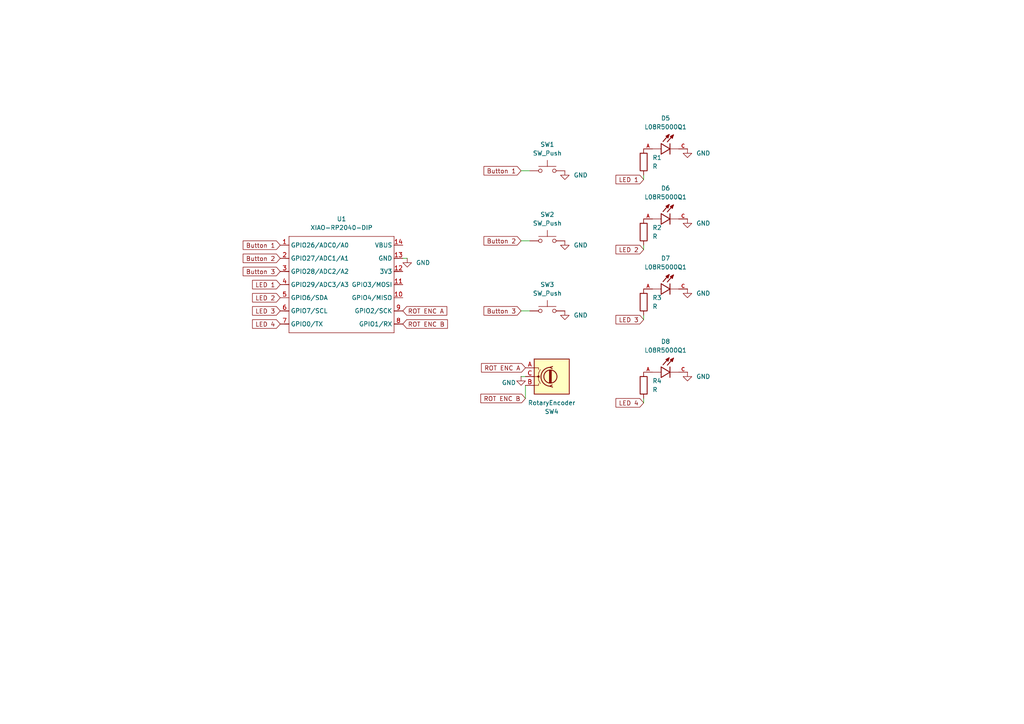
<source format=kicad_sch>
(kicad_sch (version 20250114) (generator "eeschema") (generator_version "9.0")
  (paper "A4")
  (lib_symbols
    (symbol "Device:R" (pin_numbers (hide yes)) (pin_names (offset 0))
      (property "Reference" "R" (at 2.032 0 90))
      (property "Value" "R" (at 0 0 90))
      (symbol "R_0_1"
        (rectangle (start -1.016 -2.54) (end 1.016 2.54) (stroke (width 0.254)))
      )
      (symbol "R_1_1"
        (pin passive line (at 0 3.81 270) (length 1.27) (name "~") (number "1"))
        (pin passive line (at 0 -3.81 90) (length 1.27) (name "~") (number "2"))
      )
    )
    (symbol "Device:RotaryEncoder" (pin_names (offset 0.254) (hide yes))
      (property "Reference" "SW" (at 0 6.604 0))
      (property "Value" "RotaryEncoder" (at 0 -6.604 0))
      (symbol "RotaryEncoder_0_1"
        (rectangle (start -5.08 5.08) (end 5.08 -5.08) (stroke (width 0.254)) (fill (type background)))
        (polyline (pts (xy -5.08 2.54) (xy -3.81 2.54) (xy -3.81 2.032)))
        (polyline (pts (xy -5.08 0) (xy -3.81 0) (xy -3.81 -1.016) (xy -3.302 -2.032)))
        (polyline (pts (xy -5.08 -2.54) (xy -3.81 -2.54) (xy -3.81 -2.032)))
        (polyline (pts (xy -4.318 0) (xy -3.81 0) (xy -3.81 1.016) (xy -3.302 2.032)))
        (circle (center -3.81 0) (radius 0.254) (fill (type outline)))
        (polyline (pts (xy -0.635 -1.778) (xy -0.635 1.778)) (stroke (width 0.254)))
        (circle (center -0.381 0) (radius 1.905) (stroke (width 0.254)))
        (polyline (pts (xy -0.381 -1.778) (xy -0.381 1.778)) (stroke (width 0.254)))
        (arc (start -0.381 -2.794) (mid -3.0988 -0.0635) (end -0.381 2.667) (stroke (width 0.254)))
        (polyline (pts (xy -0.127 1.778) (xy -0.127 -1.778)) (stroke (width 0.254)))
        (polyline (pts (xy 0.254 2.921) (xy -0.508 2.667) (xy 0.127 2.286)) (stroke (width 0.254)))
        (polyline (pts (xy 0.254 -3.048) (xy -0.508 -2.794) (xy 0.127 -2.413)) (stroke (width 0.254)))
      )
      (symbol "RotaryEncoder_1_1"
        (pin passive line (at -7.62 2.54 0) (length 2.54) (name "A") (number "A"))
        (pin passive line (at -7.62 0 0) (length 2.54) (name "C") (number "C"))
        (pin passive line (at -7.62 -2.54 0) (length 2.54) (name "B") (number "B"))
      )
    )
    (symbol "L08R5000Q1:L08R5000Q1" (pin_names (offset 1.016))
      (property "Reference" "D" (at -3.0988 4.4958 0))
      (property "Value" "L08R5000Q1" (at -3.556 -3.302 0))
      (symbol "L08R5000Q1_0_0"
        (polyline (pts (xy -2.54 1.524) (xy -2.54 0)) (stroke (width 0.254)))
        (polyline (pts (xy -2.54 0) (xy -5.08 0)) (stroke (width 0.1524)))
        (polyline (pts (xy -2.54 0) (xy -2.54 -1.524)) (stroke (width 0.254)))
        (polyline (pts (xy -2.54 -1.524) (xy 0 0)) (stroke (width 0.254)))
        (polyline (pts (xy -1.1176 3.683) (xy -0.2286 4.1656)) (stroke (width 0.254)))
        (polyline (pts (xy -0.9398 3.6068) (xy -0.7112 3.7592)) (stroke (width 0.254)))
        (polyline (pts (xy -0.5588 3.2004) (xy -1.1176 3.683)) (stroke (width 0.254)))
        (polyline (pts (xy -0.5588 3.2004) (xy -0.5334 3.937)) (stroke (width 0.254)))
        (polyline (pts (xy -0.5334 3.937) (xy -0.6604 3.937)) (stroke (width 0.254)))
        (polyline (pts (xy -0.2286 4.1656) (xy -2.0066 2.1336)) (stroke (width 0.254)))
        (polyline (pts (xy -0.2286 4.1656) (xy -0.5588 3.2004)) (stroke (width 0.254)))
        (polyline (pts (xy 0 1.524) (xy 0 0)) (stroke (width 0.254)))
        (polyline (pts (xy 0 0) (xy -2.54 1.524)) (stroke (width 0.254)))
        (polyline (pts (xy 0 0) (xy 0 -1.524)) (stroke (width 0.254)))
        (polyline (pts (xy 0.127 3.5814) (xy 1.016 4.064)) (stroke (width 0.254)))
        (polyline (pts (xy 0.3048 3.5052) (xy 0.5334 3.6576)) (stroke (width 0.254)))
        (polyline (pts (xy 0.6858 3.0988) (xy 0.127 3.5814)) (stroke (width 0.254)))
        (polyline (pts (xy 0.6858 3.0988) (xy 0.7112 3.8354)) (stroke (width 0.254)))
        (polyline (pts (xy 0.7112 3.8354) (xy 0.5842 3.8354)) (stroke (width 0.254)))
        (polyline (pts (xy 1.016 4.064) (xy -0.762 2.032)) (stroke (width 0.254)))
        (polyline (pts (xy 1.016 4.064) (xy 0.6858 3.0988)) (stroke (width 0.254)))
        (polyline (pts (xy 2.54 0) (xy 0 0)) (stroke (width 0.1524)))
        (pin passive line (at -7.62 0 0) (length 2.54) (name "~") (number "A"))
        (pin passive line (at 5.08 0 180) (length 2.54) (name "~") (number "C"))
      )
    )
    (symbol "OPL:XIAO-RP2040-DIP"
      (property "Reference" "U" (at 0 0 0))
      (property "Value" "XIAO-RP2040-DIP" (at 5.334 -1.778 0))
      (symbol "XIAO-RP2040-DIP_1_0"
        (polyline (pts (xy -1.27 -2.54) (xy 29.21 -2.54)) (stroke (width 0.1524)))
        (polyline (pts (xy -1.27 -5.08) (xy -2.54 -5.08)) (stroke (width 0.1524)))
        (polyline (pts (xy -1.27 -5.08) (xy -1.27 -2.54)) (stroke (width 0.1524)))
        (polyline (pts (xy -1.27 -8.89) (xy -2.54 -8.89)) (stroke (width 0.1524)))
        (polyline (pts (xy -1.27 -8.89) (xy -1.27 -5.08)) (stroke (width 0.1524)))
        (polyline (pts (xy -1.27 -12.7) (xy -2.54 -12.7)) (stroke (width 0.1524)))
        (polyline (pts (xy -1.27 -12.7) (xy -1.27 -8.89)) (stroke (width 0.1524)))
        (polyline (pts (xy -1.27 -16.51) (xy -2.54 -16.51)) (stroke (width 0.1524)))
        (polyline (pts (xy -1.27 -16.51) (xy -1.27 -12.7)) (stroke (width 0.1524)))
        (polyline (pts (xy -1.27 -20.32) (xy -2.54 -20.32)) (stroke (width 0.1524)))
        (polyline (pts (xy -1.27 -24.13) (xy -2.54 -24.13)) (stroke (width 0.1524)))
        (polyline (pts (xy -1.27 -27.94) (xy -2.54 -27.94)) (stroke (width 0.1524)))
        (polyline (pts (xy -1.27 -30.48) (xy -1.27 -16.51)) (stroke (width 0.1524)))
        (polyline (pts (xy 29.21 -2.54) (xy 29.21 -5.08)) (stroke (width 0.1524)))
        (polyline (pts (xy 29.21 -5.08) (xy 29.21 -8.89)) (stroke (width 0.1524)))
        (polyline (pts (xy 29.21 -8.89) (xy 29.21 -12.7)) (stroke (width 0.1524)))
        (polyline (pts (xy 29.21 -12.7) (xy 29.21 -30.48)) (stroke (width 0.1524)))
        (polyline (pts (xy 29.21 -30.48) (xy -1.27 -30.48)) (stroke (width 0.1524)))
        (polyline (pts (xy 30.48 -5.08) (xy 29.21 -5.08)) (stroke (width 0.1524)))
        (polyline (pts (xy 30.48 -8.89) (xy 29.21 -8.89)) (stroke (width 0.1524)))
        (polyline (pts (xy 30.48 -12.7) (xy 29.21 -12.7)) (stroke (width 0.1524)))
        (polyline (pts (xy 30.48 -16.51) (xy 29.21 -16.51)) (stroke (width 0.1524)))
        (polyline (pts (xy 30.48 -20.32) (xy 29.21 -20.32)) (stroke (width 0.1524)))
        (polyline (pts (xy 30.48 -24.13) (xy 29.21 -24.13)) (stroke (width 0.1524)))
        (polyline (pts (xy 30.48 -27.94) (xy 29.21 -27.94)) (stroke (width 0.1524)))
        (pin passive line (at -3.81 -5.08 0) (length 2.54) (name "GPIO26/ADC0/A0") (number "1"))
        (pin passive line (at -3.81 -8.89 0) (length 2.54) (name "GPIO27/ADC1/A1") (number "2"))
        (pin passive line (at -3.81 -12.7 0) (length 2.54) (name "GPIO28/ADC2/A2") (number "3"))
        (pin passive line (at -3.81 -16.51 0) (length 2.54) (name "GPIO29/ADC3/A3") (number "4"))
        (pin passive line (at -3.81 -20.32 0) (length 2.54) (name "GPIO6/SDA") (number "5"))
        (pin passive line (at -3.81 -24.13 0) (length 2.54) (name "GPIO7/SCL") (number "6"))
        (pin passive line (at -3.81 -27.94 0) (length 2.54) (name "GPIO0/TX") (number "7"))
        (pin passive line (at 31.75 -5.08 180) (length 2.54) (name "VBUS") (number "14"))
        (pin passive line (at 31.75 -8.89 180) (length 2.54) (name "GND") (number "13"))
        (pin passive line (at 31.75 -12.7 180) (length 2.54) (name "3V3") (number "12"))
        (pin passive line (at 31.75 -16.51 180) (length 2.54) (name "GPIO3/MOSI") (number "11"))
        (pin passive line (at 31.75 -20.32 180) (length 2.54) (name "GPIO4/MISO") (number "10"))
        (pin passive line (at 31.75 -24.13 180) (length 2.54) (name "GPIO2/SCK") (number "9"))
        (pin passive line (at 31.75 -27.94 180) (length 2.54) (name "GPIO1/RX") (number "8"))
      )
    )
    (symbol "Switch:SW_Push" (pin_numbers (hide yes)) (pin_names (offset 1.016) (hide yes))
      (property "Reference" "SW" (at 1.27 2.54 0))
      (property "Value" "SW_Push" (at 0 -1.524 0))
      (symbol "SW_Push_0_1"
        (circle (center -2.032 0) (radius 0.508))
        (polyline (pts (xy 0 1.27) (xy 0 3.048)))
        (circle (center 2.032 0) (radius 0.508))
        (polyline (pts (xy 2.54 1.27) (xy -2.54 1.27)))
        (pin passive line (at -5.08 0 0) (length 2.54) (name "1") (number "1"))
        (pin passive line (at 5.08 0 180) (length 2.54) (name "2") (number "2"))
      )
    )
    (symbol "power:GND" (power) (pin_numbers (hide yes)) (pin_names (offset 0) (hide yes))
      (property "Value" "GND" (at 0 -3.81 0))
      (symbol "GND_0_1"
        (polyline (pts (xy 0 0) (xy 0 -1.27) (xy 1.27 -1.27) (xy 0 -2.54) (xy -1.27 -1.27) (xy 0 -1.27)))
      )
      (symbol "GND_1_1"
        (pin power_in line (at 0 0 270) (length 0) (name "~") (number "1"))
      )
    )
  )
  (wire (pts (xy 186.69 52.07) (xy 186.69 50.8)))
  (wire (pts (xy 186.69 72.39) (xy 186.69 71.12)))
  (wire (pts (xy 151.13 90.17) (xy 153.67 90.17)))
  (wire (pts (xy 151.13 69.85) (xy 153.67 69.85)))
  (wire (pts (xy 151.13 49.53) (xy 153.67 49.53)))
  (wire (pts (xy 118.11 74.93) (xy 116.84 74.93)))
  (wire (pts (xy 151.13 109.22) (xy 152.4 109.22)))
  (wire (pts (xy 152.4 115.57) (xy 152.4 111.76)))
  (wire (pts (xy 186.69 116.84) (xy 186.69 115.57)))
  (wire (pts (xy 186.69 92.71) (xy 186.69 91.44)))
  (global_label "ROT ENC B" (shape input) (at 116.84 93.98 0) (property "Intersheetrefs" "${INTERSHEET_REFS}" (effects (hide yes))))
  (global_label "LED 1" (shape input) (at 81.28 82.55 180) (property "Intersheetrefs" "${INTERSHEET_REFS}" (effects (hide yes))))
  (global_label "LED 1" (shape input) (at 186.69 52.07 180) (property "Intersheetrefs" "${INTERSHEET_REFS}" (effects (hide yes))))
  (global_label "ROT ENC B" (shape input) (at 152.4 115.57 180) (property "Intersheetrefs" "${INTERSHEET_REFS}" (effects (hide yes))))
  (global_label "Button 3" (shape input) (at 151.13 90.17 180) (property "Intersheetrefs" "${INTERSHEET_REFS}" (effects (hide yes))))
  (global_label "Button 1" (shape input) (at 151.13 49.53 180) (property "Intersheetrefs" "${INTERSHEET_REFS}" (effects (hide yes))))
  (global_label "LED 4" (shape input) (at 81.28 93.98 180) (property "Intersheetrefs" "${INTERSHEET_REFS}" (effects (hide yes))))
  (global_label "LED 3" (shape input) (at 81.28 90.17 180) (property "Intersheetrefs" "${INTERSHEET_REFS}" (effects (hide yes))))
  (global_label "LED 2" (shape input) (at 186.69 72.39 180) (property "Intersheetrefs" "${INTERSHEET_REFS}" (effects (hide yes))))
  (global_label "Button 1" (shape input) (at 81.28 71.12 180) (property "Intersheetrefs" "${INTERSHEET_REFS}" (effects (hide yes))))
  (global_label "ROT ENC A" (shape input) (at 152.4 106.68 180) (property "Intersheetrefs" "${INTERSHEET_REFS}" (effects (hide yes))))
  (global_label "Button 2" (shape input) (at 151.13 69.85 180) (property "Intersheetrefs" "${INTERSHEET_REFS}" (effects (hide yes))))
  (global_label "Button 3" (shape input) (at 81.28 78.74 180) (property "Intersheetrefs" "${INTERSHEET_REFS}" (effects (hide yes))))
  (global_label "LED 3" (shape input) (at 186.69 92.71 180) (property "Intersheetrefs" "${INTERSHEET_REFS}" (effects (hide yes))))
  (global_label "Button 2" (shape input) (at 81.28 74.93 180) (property "Intersheetrefs" "${INTERSHEET_REFS}" (effects (hide yes))))
  (global_label "LED 4" (shape input) (at 186.69 116.84 180) (property "Intersheetrefs" "${INTERSHEET_REFS}" (effects (hide yes))))
  (global_label "LED 2" (shape input) (at 81.28 86.36 180) (property "Intersheetrefs" "${INTERSHEET_REFS}" (effects (hide yes))))
  (global_label "ROT ENC A" (shape input) (at 116.84 90.17 0) (property "Intersheetrefs" "${INTERSHEET_REFS}" (effects (hide yes))))
  (symbol (lib_id "L08R5000Q1:L08R5000Q1") (at 194.31 43.18 0) (unit 1)
    (property "Reference" "D5" (at 193.04 34.29 0))
    (property "Value" "L08R5000Q1" (at 193.04 36.83 0))
    (property "Footprint" "L08R5000Q1:LEDRD254W57D500H1070" (effects (hide yes)))
    (property "MF" "LED Technology" (effects (hide yes)))
    (property "MAXIMUM_PACKAGE_HEIGHT" "10.7mm" (effects (hide yes)))
    (property "Package" "None" (effects (hide yes)))
    (property "Price" "None" (effects (hide yes)))
    (property "Check_prices" "https://www.snapeda.com/parts/L08R5000Q1/LED+Technology/view-part/?ref=eda" (effects (hide yes)))
    (property "STANDARD" "IPC-7351B" (effects (hide yes)))
    (property "PARTREV" "NA" (effects (hide yes)))
    (property "SnapEDA_Link" "https://www.snapeda.com/parts/L08R5000Q1/LED+Technology/view-part/?ref=snap" (effects (hide yes)))
    (property "MP" "L08R5000Q1" (effects (hide yes)))
    (property "Description_1" "LED, 5MM, ORANGE; LED / Lamp Size: 5mm / T-1 3/4; LED Colour: Orange; Typ Luminous Intensity: 4.3mcd; Viewing Angle: ..." (effects (hide yes)))
    (property "Availability" "Not in stock" (effects (hide yes)))
    (property "MANUFACTURER" "LED TECHNOLOGY" (effects (hide yes)))
  )
  (symbol (lib_id "power:GND") (at 163.83 69.85 0) (unit 1)
    (property "Reference" "#PWR04" (effects (hide yes)))
    (property "Value" "GND" (at 166.37 71.1199 0) (effects (justify left)))
    (property "Description" "Power symbol creates a global label with name \"GND\" , ground" (effects (hide yes)))
  )
  (symbol (lib_id "power:GND") (at 199.39 83.82 0) (unit 1)
    (property "Reference" "#PWR08" (effects (hide yes)))
    (property "Value" "GND" (at 201.93 85.0899 0) (effects (justify left)))
    (property "Description" "Power symbol creates a global label with name \"GND\" , ground" (effects (hide yes)))
  )
  (symbol (lib_id "OPL:XIAO-RP2040-DIP") (at 85.09 66.04 0) (unit 1)
    (property "Reference" "U1" (at 99.06 63.5 0))
    (property "Value" "XIAO-RP2040-DIP" (at 99.06 66.04 0))
    (property "Footprint" "OPH:XIAO-RP2040-DIP" (effects (hide yes)))
  )
  (symbol (lib_id "Switch:SW_Push") (at 158.75 90.17 0) (unit 1)
    (property "Reference" "SW3" (at 158.75 82.55 0))
    (property "Value" "SW_Push" (at 158.75 85.09 0))
    (property "Footprint" "Button_Switch_Keyboard:SW_Cherry_MX_1.00u_PCB" (effects (hide yes)))
    (property "Description" "Push button switch, generic, two pins" (effects (hide yes)))
  )
  (symbol (lib_id "Device:R") (at 186.69 46.99 0) (unit 1)
    (property "Reference" "R1" (at 189.23 45.7199 0) (effects (justify left)))
    (property "Value" "R" (at 189.23 48.2599 0) (effects (justify left)))
    (property "Footprint" "Resistor_THT:R_Axial_DIN0204_L3.6mm_D1.6mm_P5.08mm_Horizontal" (effects (hide yes)))
    (property "Description" "Resistor" (effects (hide yes)))
  )
  (symbol (lib_id "power:GND") (at 118.11 74.93 0) (unit 1)
    (property "Reference" "#PWR02" (effects (hide yes)))
    (property "Value" "GND" (at 120.65 76.1999 0) (effects (justify left)))
    (property "Description" "Power symbol creates a global label with name \"GND\" , ground" (effects (hide yes)))
  )
  (symbol (lib_id "power:GND") (at 199.39 107.95 0) (unit 1)
    (property "Reference" "#PWR09" (effects (hide yes)))
    (property "Value" "GND" (at 201.93 109.2199 0) (effects (justify left)))
    (property "Description" "Power symbol creates a global label with name \"GND\" , ground" (effects (hide yes)))
  )
  (symbol (lib_id "L08R5000Q1:L08R5000Q1") (at 194.31 63.5 0) (unit 1)
    (property "Reference" "D6" (at 193.04 54.61 0))
    (property "Value" "L08R5000Q1" (at 193.04 57.15 0))
    (property "Footprint" "L08R5000Q1:LEDRD254W57D500H1070" (effects (hide yes)))
    (property "MF" "LED Technology" (effects (hide yes)))
    (property "MAXIMUM_PACKAGE_HEIGHT" "10.7mm" (effects (hide yes)))
    (property "Package" "None" (effects (hide yes)))
    (property "Price" "None" (effects (hide yes)))
    (property "Check_prices" "https://www.snapeda.com/parts/L08R5000Q1/LED+Technology/view-part/?ref=eda" (effects (hide yes)))
    (property "STANDARD" "IPC-7351B" (effects (hide yes)))
    (property "PARTREV" "NA" (effects (hide yes)))
    (property "SnapEDA_Link" "https://www.snapeda.com/parts/L08R5000Q1/LED+Technology/view-part/?ref=snap" (effects (hide yes)))
    (property "MP" "L08R5000Q1" (effects (hide yes)))
    (property "Description_1" "LED, 5MM, ORANGE; LED / Lamp Size: 5mm / T-1 3/4; LED Colour: Orange; Typ Luminous Intensity: 4.3mcd; Viewing Angle: ..." (effects (hide yes)))
    (property "Availability" "Not in stock" (effects (hide yes)))
    (property "MANUFACTURER" "LED TECHNOLOGY" (effects (hide yes)))
  )
  (symbol (lib_id "power:GND") (at 199.39 43.18 0) (unit 1)
    (property "Reference" "#PWR06" (effects (hide yes)))
    (property "Value" "GND" (at 201.93 44.4499 0) (effects (justify left)))
    (property "Description" "Power symbol creates a global label with name \"GND\" , ground" (effects (hide yes)))
  )
  (symbol (lib_id "power:GND") (at 199.39 63.5 0) (unit 1)
    (property "Reference" "#PWR07" (effects (hide yes)))
    (property "Value" "GND" (at 201.93 64.7699 0) (effects (justify left)))
    (property "Description" "Power symbol creates a global label with name \"GND\" , ground" (effects (hide yes)))
  )
  (symbol (lib_id "Switch:SW_Push") (at 158.75 49.53 0) (unit 1)
    (property "Reference" "SW1" (at 158.75 41.91 0))
    (property "Value" "SW_Push" (at 158.75 44.45 0))
    (property "Footprint" "Button_Switch_Keyboard:SW_Cherry_MX_1.00u_PCB" (effects (hide yes)))
    (property "Description" "Push button switch, generic, two pins" (effects (hide yes)))
  )
  (symbol (lib_id "Device:R") (at 186.69 87.63 0) (unit 1)
    (property "Reference" "R3" (at 189.23 86.3599 0) (effects (justify left)))
    (property "Value" "R" (at 189.23 88.8999 0) (effects (justify left)))
    (property "Footprint" "Resistor_THT:R_Axial_DIN0204_L3.6mm_D1.6mm_P5.08mm_Horizontal" (effects (hide yes)))
    (property "Description" "Resistor" (effects (hide yes)))
  )
  (symbol (lib_id "Device:R") (at 186.69 67.31 0) (unit 1)
    (property "Reference" "R2" (at 189.23 66.0399 0) (effects (justify left)))
    (property "Value" "R" (at 189.23 68.5799 0) (effects (justify left)))
    (property "Footprint" "Resistor_THT:R_Axial_DIN0204_L3.6mm_D1.6mm_P5.08mm_Horizontal" (effects (hide yes)))
    (property "Description" "Resistor" (effects (hide yes)))
  )
  (symbol (lib_id "Switch:SW_Push") (at 158.75 69.85 0) (unit 1)
    (property "Reference" "SW2" (at 158.75 62.23 0))
    (property "Value" "SW_Push" (at 158.75 64.77 0))
    (property "Footprint" "Button_Switch_Keyboard:SW_Cherry_MX_1.00u_PCB" (effects (hide yes)))
    (property "Description" "Push button switch, generic, two pins" (effects (hide yes)))
  )
  (symbol (lib_id "Device:R") (at 186.69 111.76 0) (unit 1)
    (property "Reference" "R4" (at 189.23 110.4899 0) (effects (justify left)))
    (property "Value" "R" (at 189.23 113.0299 0) (effects (justify left)))
    (property "Footprint" "Resistor_THT:R_Axial_DIN0204_L3.6mm_D1.6mm_P5.08mm_Horizontal" (effects (hide yes)))
    (property "Description" "Resistor" (effects (hide yes)))
  )
  (symbol (lib_id "L08R5000Q1:L08R5000Q1") (at 194.31 107.95 0) (unit 1)
    (property "Reference" "D8" (at 193.04 99.06 0))
    (property "Value" "L08R5000Q1" (at 193.04 101.6 0))
    (property "Footprint" "L08R5000Q1:LEDRD254W57D500H1070" (effects (hide yes)))
    (property "MF" "LED Technology" (effects (hide yes)))
    (property "MAXIMUM_PACKAGE_HEIGHT" "10.7mm" (effects (hide yes)))
    (property "Package" "None" (effects (hide yes)))
    (property "Price" "None" (effects (hide yes)))
    (property "Check_prices" "https://www.snapeda.com/parts/L08R5000Q1/LED+Technology/view-part/?ref=eda" (effects (hide yes)))
    (property "STANDARD" "IPC-7351B" (effects (hide yes)))
    (property "PARTREV" "NA" (effects (hide yes)))
    (property "SnapEDA_Link" "https://www.snapeda.com/parts/L08R5000Q1/LED+Technology/view-part/?ref=snap" (effects (hide yes)))
    (property "MP" "L08R5000Q1" (effects (hide yes)))
    (property "Description_1" "LED, 5MM, ORANGE; LED / Lamp Size: 5mm / T-1 3/4; LED Colour: Orange; Typ Luminous Intensity: 4.3mcd; Viewing Angle: ..." (effects (hide yes)))
    (property "Availability" "Not in stock" (effects (hide yes)))
    (property "MANUFACTURER" "LED TECHNOLOGY" (effects (hide yes)))
  )
  (symbol (lib_id "power:GND") (at 151.13 109.22 0) (unit 1)
    (property "Reference" "#PWR01" (effects (hide yes)))
    (property "Value" "GND" (at 145.542 110.998 0) (effects (justify left)))
    (property "Description" "Power symbol creates a global label with name \"GND\" , ground" (effects (hide yes)))
  )
  (symbol (lib_id "Device:RotaryEncoder") (at 160.02 109.22 0) (unit 1)
    (property "Reference" "SW4" (at 160.02 119.38 0))
    (property "Value" "RotaryEncoder" (at 160.02 116.84 0))
    (property "Footprint" "Rotary_Encoder:RotaryEncoder_Alps_EC11E_Vertical_H20mm" (effects (hide yes)))
    (property "Description" "Rotary encoder, dual channel, incremental quadrate outputs" (effects (hide yes)))
  )
  (symbol (lib_id "power:GND") (at 163.83 90.17 0) (unit 1)
    (property "Reference" "#PWR05" (effects (hide yes)))
    (property "Value" "GND" (at 166.37 91.4399 0) (effects (justify left)))
    (property "Description" "Power symbol creates a global label with name \"GND\" , ground" (effects (hide yes)))
  )
  (symbol (lib_id "L08R5000Q1:L08R5000Q1") (at 194.31 83.82 0) (unit 1)
    (property "Reference" "D7" (at 193.04 74.93 0))
    (property "Value" "L08R5000Q1" (at 193.04 77.47 0))
    (property "Footprint" "L08R5000Q1:LEDRD254W57D500H1070" (effects (hide yes)))
    (property "MF" "LED Technology" (effects (hide yes)))
    (property "MAXIMUM_PACKAGE_HEIGHT" "10.7mm" (effects (hide yes)))
    (property "Package" "None" (effects (hide yes)))
    (property "Price" "None" (effects (hide yes)))
    (property "Check_prices" "https://www.snapeda.com/parts/L08R5000Q1/LED+Technology/view-part/?ref=eda" (effects (hide yes)))
    (property "STANDARD" "IPC-7351B" (effects (hide yes)))
    (property "PARTREV" "NA" (effects (hide yes)))
    (property "SnapEDA_Link" "https://www.snapeda.com/parts/L08R5000Q1/LED+Technology/view-part/?ref=snap" (effects (hide yes)))
    (property "MP" "L08R5000Q1" (effects (hide yes)))
    (property "Description_1" "LED, 5MM, ORANGE; LED / Lamp Size: 5mm / T-1 3/4; LED Colour: Orange; Typ Luminous Intensity: 4.3mcd; Viewing Angle: ..." (effects (hide yes)))
    (property "Availability" "Not in stock" (effects (hide yes)))
    (property "MANUFACTURER" "LED TECHNOLOGY" (effects (hide yes)))
  )
  (symbol (lib_id "power:GND") (at 163.83 49.53 0) (unit 1)
    (property "Reference" "#PWR03" (effects (hide yes)))
    (property "Value" "GND" (at 166.37 50.7999 0) (effects (justify left)))
    (property "Description" "Power symbol creates a global label with name \"GND\" , ground" (effects (hide yes)))
  )
)
</source>
